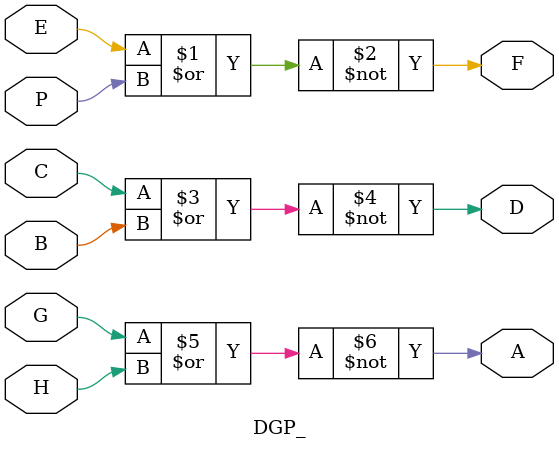
<source format=v>
module DGP_ ( E, P, F, C, B, D, G, H, A );
//            T  T  U  T  T  U  T  T  U
              input E, P, C, B, G, H;
              output F, D, A;

  // Clock -AND with emitter follower driver: +MAD
  // Drawing 729856, production drawing 370343

  // All inputs down T5 turns on, T4 off, output is up
  // Any input up, T5 off, T4 on, output is down
  // Max Delay usec  CTDL Clock
  //  turn on        0.28 0.15
  //  turn off       0.10 0.15

  assign F = ~(E | P);
  assign D = ~(C | B);
  assign A = ~(G | H);

endmodule

</source>
